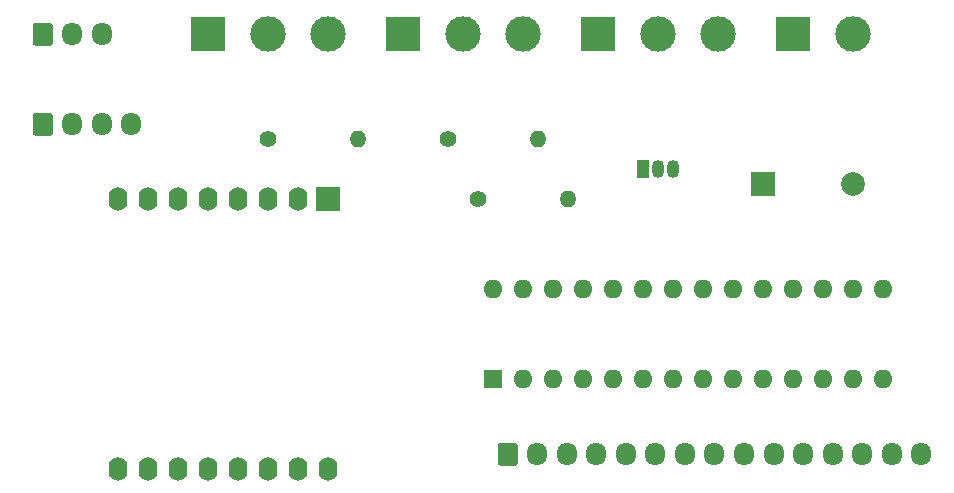
<source format=gbr>
%TF.GenerationSoftware,KiCad,Pcbnew,(5.1.7)-1*%
%TF.CreationDate,2021-05-08T17:47:48+02:00*%
%TF.ProjectId,tankwaechter,74616e6b-7761-4656-9368-7465722e6b69,rev?*%
%TF.SameCoordinates,Original*%
%TF.FileFunction,Soldermask,Top*%
%TF.FilePolarity,Negative*%
%FSLAX46Y46*%
G04 Gerber Fmt 4.6, Leading zero omitted, Abs format (unit mm)*
G04 Created by KiCad (PCBNEW (5.1.7)-1) date 2021-05-08 17:47:48*
%MOMM*%
%LPD*%
G01*
G04 APERTURE LIST*
%ADD10O,1.600000X1.600000*%
%ADD11R,1.600000X1.600000*%
%ADD12O,1.400000X1.400000*%
%ADD13C,1.400000*%
%ADD14C,3.000000*%
%ADD15R,3.000000X3.000000*%
%ADD16O,1.700000X1.950000*%
%ADD17C,2.000000*%
%ADD18R,2.000000X2.000000*%
%ADD19R,1.050000X1.500000*%
%ADD20O,1.050000X1.500000*%
%ADD21O,1.600000X2.000000*%
G04 APERTURE END LIST*
D10*
%TO.C,MCP23017*%
X62230000Y-166370000D03*
X95250000Y-173990000D03*
X64770000Y-166370000D03*
X92710000Y-173990000D03*
X67310000Y-166370000D03*
X90170000Y-173990000D03*
X69850000Y-166370000D03*
X87630000Y-173990000D03*
X72390000Y-166370000D03*
X85090000Y-173990000D03*
X74930000Y-166370000D03*
X82550000Y-173990000D03*
X77470000Y-166370000D03*
X80010000Y-173990000D03*
X80010000Y-166370000D03*
X77470000Y-173990000D03*
X82550000Y-166370000D03*
X74930000Y-173990000D03*
X85090000Y-166370000D03*
X72390000Y-173990000D03*
X87630000Y-166370000D03*
X69850000Y-173990000D03*
X90170000Y-166370000D03*
X67310000Y-173990000D03*
X92710000Y-166370000D03*
X64770000Y-173990000D03*
X95250000Y-166370000D03*
D11*
X62230000Y-173990000D03*
%TD*%
D12*
%TO.C,R3*%
X68580000Y-158750000D03*
D13*
X60960000Y-158750000D03*
%TD*%
D12*
%TO.C,R2*%
X66040000Y-153670000D03*
D13*
X58420000Y-153670000D03*
%TD*%
D12*
%TO.C,R1*%
X50800000Y-153670000D03*
D13*
X43180000Y-153670000D03*
%TD*%
D14*
%TO.C,Taster1*%
X92710000Y-144780000D03*
D15*
X87630000Y-144780000D03*
%TD*%
D16*
%TO.C,J6*%
X98500000Y-180340000D03*
X96000000Y-180340000D03*
X93500000Y-180340000D03*
X91000000Y-180340000D03*
X88500000Y-180340000D03*
X86000000Y-180340000D03*
X83500000Y-180340000D03*
X81000000Y-180340000D03*
X78500000Y-180340000D03*
X76000000Y-180340000D03*
X73500000Y-180340000D03*
X71000000Y-180340000D03*
X68500000Y-180340000D03*
X66000000Y-180340000D03*
G36*
G01*
X62650000Y-181065000D02*
X62650000Y-179615000D01*
G75*
G02*
X62900000Y-179365000I250000J0D01*
G01*
X64100000Y-179365000D01*
G75*
G02*
X64350000Y-179615000I0J-250000D01*
G01*
X64350000Y-181065000D01*
G75*
G02*
X64100000Y-181315000I-250000J0D01*
G01*
X62900000Y-181315000D01*
G75*
G02*
X62650000Y-181065000I0J250000D01*
G01*
G37*
%TD*%
%TO.C,Spannungsmessung1*%
X29130000Y-144780000D03*
X26630000Y-144780000D03*
G36*
G01*
X23280000Y-145505000D02*
X23280000Y-144055000D01*
G75*
G02*
X23530000Y-143805000I250000J0D01*
G01*
X24730000Y-143805000D01*
G75*
G02*
X24980000Y-144055000I0J-250000D01*
G01*
X24980000Y-145505000D01*
G75*
G02*
X24730000Y-145755000I-250000J0D01*
G01*
X23530000Y-145755000D01*
G75*
G02*
X23280000Y-145505000I0J250000D01*
G01*
G37*
%TD*%
%TO.C,Display1*%
X31630000Y-152400000D03*
X29130000Y-152400000D03*
X26630000Y-152400000D03*
G36*
G01*
X23280000Y-153125000D02*
X23280000Y-151675000D01*
G75*
G02*
X23530000Y-151425000I250000J0D01*
G01*
X24730000Y-151425000D01*
G75*
G02*
X24980000Y-151675000I0J-250000D01*
G01*
X24980000Y-153125000D01*
G75*
G02*
X24730000Y-153375000I-250000J0D01*
G01*
X23530000Y-153375000D01*
G75*
G02*
X23280000Y-153125000I0J250000D01*
G01*
G37*
%TD*%
D14*
%TO.C,Kuehlen1*%
X81280000Y-144780000D03*
X76200000Y-144780000D03*
D15*
X71120000Y-144780000D03*
%TD*%
D14*
%TO.C,Spuelen1*%
X64770000Y-144780000D03*
X59690000Y-144780000D03*
D15*
X54610000Y-144780000D03*
%TD*%
D14*
%TO.C,MilchTemp1*%
X48260000Y-144780000D03*
X43180000Y-144780000D03*
D15*
X38100000Y-144780000D03*
%TD*%
D17*
%TO.C,Piezo1*%
X92690000Y-157480000D03*
D18*
X85090000Y-157480000D03*
%TD*%
D19*
%TO.C,DS18B20*%
X74930000Y-156210000D03*
D20*
X77470000Y-156210000D03*
X76200000Y-156210000D03*
%TD*%
D21*
%TO.C,WeMosD1Mini1*%
X48260000Y-181610000D03*
X45720000Y-181610000D03*
X43180000Y-181610000D03*
X40640000Y-181610000D03*
X38100000Y-181610000D03*
X35560000Y-181610000D03*
X33020000Y-181610000D03*
X30480000Y-181610000D03*
X30480000Y-158750000D03*
X33020000Y-158750000D03*
X35560000Y-158750000D03*
X38100000Y-158750000D03*
X40640000Y-158750000D03*
X43180000Y-158750000D03*
D18*
X48260000Y-158750000D03*
D21*
X45720000Y-158750000D03*
%TD*%
M02*

</source>
